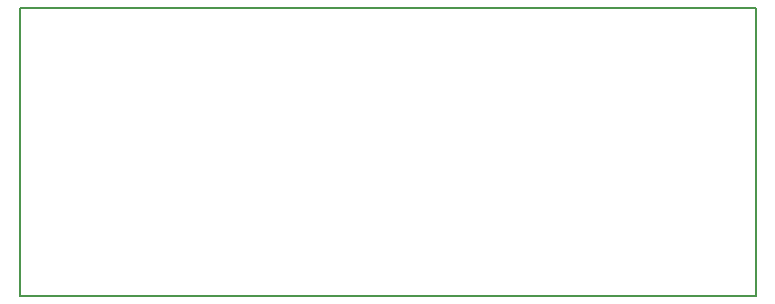
<source format=gm1>
%TF.GenerationSoftware,KiCad,Pcbnew,7.0.2*%
%TF.CreationDate,2023-08-24T13:31:51-07:00*%
%TF.ProjectId,Current Sense Standalone,43757272-656e-4742-9053-656e73652053,rev?*%
%TF.SameCoordinates,Original*%
%TF.FileFunction,Profile,NP*%
%FSLAX46Y46*%
G04 Gerber Fmt 4.6, Leading zero omitted, Abs format (unit mm)*
G04 Created by KiCad (PCBNEW 7.0.2) date 2023-08-24 13:31:51*
%MOMM*%
%LPD*%
G01*
G04 APERTURE LIST*
%TA.AperFunction,Profile*%
%ADD10C,0.200000*%
%TD*%
G04 APERTURE END LIST*
D10*
X12606153Y-12700000D02*
X74930000Y-12700000D01*
X74930000Y-37026478D01*
X12606153Y-37026478D01*
X12606153Y-12700000D01*
M02*

</source>
